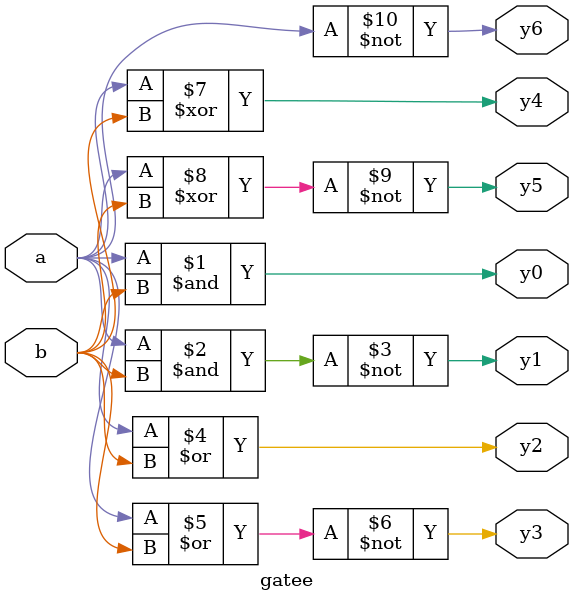
<source format=v>
`timescale 1ns / 1ps


module gatee(

    input a,
    input b,

    output y0,
    output y1,
    output y2,
    output y3,
    output y4,
    output y5,
    output y6

);
    //AND gate
    assign y0 = a & b;
    //NAND
    assign y1 = ~(a & b);
    //OR
    assign y2 = a | b;
    //NOR
    assign y3 = ~(a | b);
    //ExOR
    assign y4 = a ^ b;
    //ExNOR
    assign y5 = ~(a ^ b);
    //NOT
    assign y6 = ~a;

endmodule
</source>
